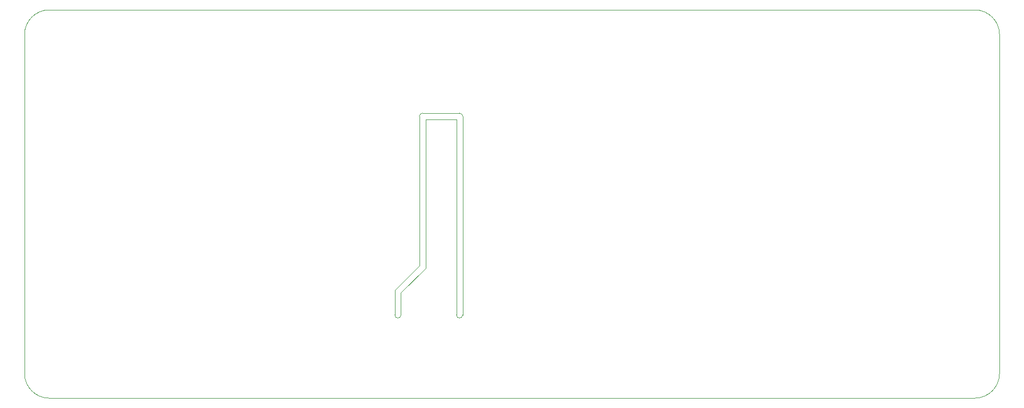
<source format=gbr>
%TF.GenerationSoftware,KiCad,Pcbnew,5.1.10*%
%TF.CreationDate,2021-12-07T00:10:18-05:00*%
%TF.ProjectId,oven-controller,6f76656e-2d63-46f6-9e74-726f6c6c6572,rev?*%
%TF.SameCoordinates,Original*%
%TF.FileFunction,Profile,NP*%
%FSLAX46Y46*%
G04 Gerber Fmt 4.6, Leading zero omitted, Abs format (unit mm)*
G04 Created by KiCad (PCBNEW 5.1.10) date 2021-12-07 00:10:18*
%MOMM*%
%LPD*%
G01*
G04 APERTURE LIST*
%TA.AperFunction,Profile*%
%ADD10C,0.050000*%
%TD*%
G04 APERTURE END LIST*
D10*
X164000000Y-117250000D02*
G75*
G02*
X164500000Y-116750000I500000J0D01*
G01*
X170500000Y-116750000D02*
X164500000Y-116750000D01*
X165000000Y-117750000D02*
X170000000Y-117750000D01*
X161000000Y-149500000D02*
G75*
G02*
X160000000Y-149500000I-500000J0D01*
G01*
X161000000Y-145910000D02*
X161000000Y-149500000D01*
X165000000Y-141910000D02*
X161000000Y-145910000D01*
X160000000Y-145500000D02*
X160000000Y-149500000D01*
X164000000Y-141500000D02*
X160000000Y-145500000D01*
X170500000Y-116750000D02*
G75*
G02*
X171000000Y-117250000I0J-500000D01*
G01*
X171000000Y-149500000D02*
G75*
G02*
X170000000Y-149500000I-500000J0D01*
G01*
X170000000Y-117750000D02*
X170000000Y-149500000D01*
X171000000Y-149500000D02*
X171000000Y-117250000D01*
X164000000Y-117250000D02*
X164000000Y-141500000D01*
X165000000Y-141910000D02*
X165000000Y-117750000D01*
X258000000Y-159000000D02*
G75*
G02*
X254000000Y-163000000I-4000000J0D01*
G01*
X104000000Y-163000000D02*
G75*
G02*
X100000000Y-159000000I0J4000000D01*
G01*
X258000000Y-159000000D02*
X258000000Y-104000000D01*
X254000000Y-100000000D02*
G75*
G02*
X258000000Y-104000000I0J-4000000D01*
G01*
X104000000Y-100000000D02*
X254000000Y-100000000D01*
X104000000Y-163000000D02*
X254000000Y-163000000D01*
X100000000Y-104000000D02*
X100000000Y-159000000D01*
X100000000Y-104000000D02*
G75*
G02*
X104000000Y-100000000I4000000J0D01*
G01*
M02*

</source>
